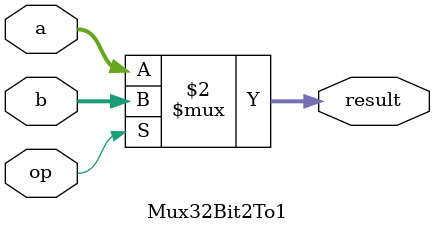
<source format=sv>
module Mux32Bit2To1(a, b, op, result);
  input [31:0] a, b; // 32-bit inputs
  input op; // one-bit selection input
  output [31:0] result; // 32-bit output
  
  assign result = (op == 1'b0) ? a : b;
endmodule
</source>
